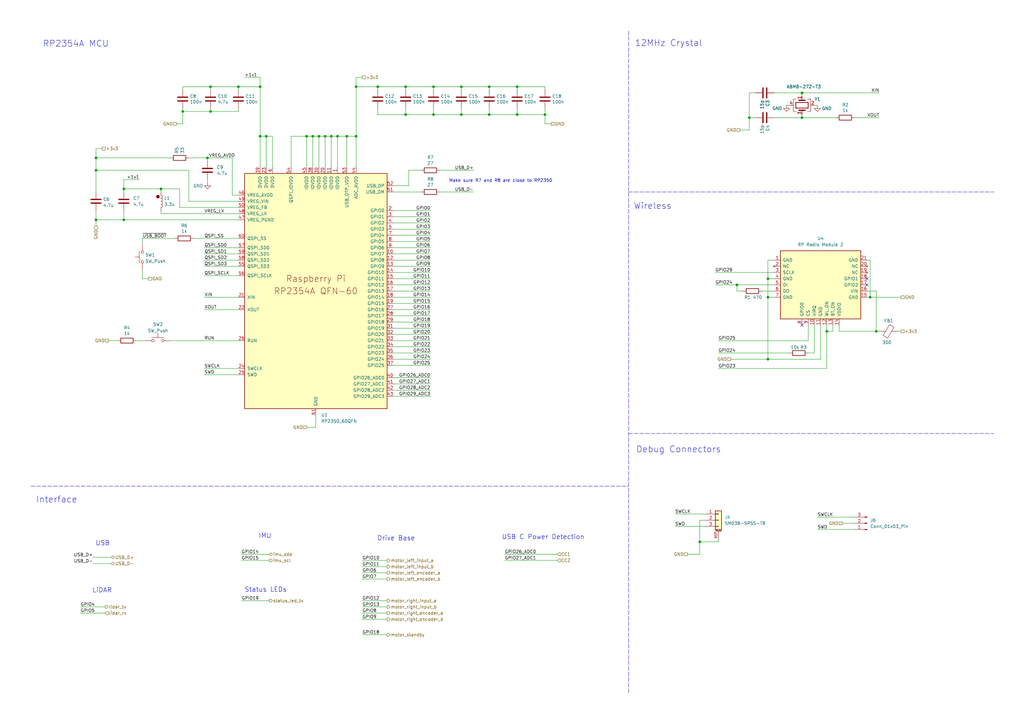
<source format=kicad_sch>
(kicad_sch (version 20250114) (generator "eeschema") (generator_version "9.0")
  (paper "A3")
  (title_block (title "Mote") (date "2025-12-30") (rev "V0.0.0") (company "github.com/usedhondacivic/mote"))
  (lib_symbols
    (symbol "Connector:Conn_01x03_Pin" (pin_names (offset 1.016) (hide yes))
      (property "Reference" "J" (at 0 5.08 0))
      (property "Value" "Conn_01x03_Pin" (at 0 -5.08 0))
      (symbol "Conn_01x03_Pin_1_1"
        (rectangle (start 0.8636 2.667) (end 0 2.413) (stroke (width 0.1524)) (fill (type outline)))
        (rectangle (start 0.8636 0.127) (end 0 -0.127) (stroke (width 0.1524)) (fill (type outline)))
        (rectangle (start 0.8636 -2.413) (end 0 -2.667) (stroke (width 0.1524)) (fill (type outline)))
        (polyline (pts (xy 1.27 2.54) (xy 0.8636 2.54)) (stroke (width 0.1524)))
        (polyline (pts (xy 1.27 0) (xy 0.8636 0)) (stroke (width 0.1524)))
        (polyline (pts (xy 1.27 -2.54) (xy 0.8636 -2.54)) (stroke (width 0.1524)))
        (pin passive line (at 5.08 2.54 180) (length 3.81) (name "Pin_1") (number "1"))
        (pin passive line (at 5.08 0 180) (length 3.81) (name "Pin_2") (number "2"))
        (pin passive line (at 5.08 -2.54 180) (length 3.81) (name "Pin_3") (number "3"))
      )
    )
    (symbol "Connector_Generic_MountingPin:Conn_01x03_MountingPin" (pin_names (offset 1.016) (hide yes))
      (property "Reference" "J" (at 0 5.08 0))
      (property "Value" "Conn_01x03_MountingPin" (at 1.27 -5.08 0))
      (symbol "Conn_01x03_MountingPin_1_1"
        (rectangle (start -1.27 3.81) (end 1.27 -3.81) (stroke (width 0.254)) (fill (type background)))
        (rectangle (start -1.27 2.667) (end 0 2.413) (stroke (width 0.1524)))
        (rectangle (start -1.27 0.127) (end 0 -0.127) (stroke (width 0.1524)))
        (rectangle (start -1.27 -2.413) (end 0 -2.667) (stroke (width 0.1524)))
        (polyline (pts (xy -1.016 -4.572) (xy 1.016 -4.572)) (stroke (width 0.1524)))
        (text "Mounting" (at 0 -4.191 0) (effects (font (size 0.381 0.381))))
        (pin passive line (at -5.08 2.54 0) (length 3.81) (name "Pin_1") (number "1"))
        (pin passive line (at -5.08 0 0) (length 3.81) (name "Pin_2") (number "2"))
        (pin passive line (at -5.08 -2.54 0) (length 3.81) (name "Pin_3") (number "3"))
        (pin passive line (at 0 -7.62 90) (length 3.048) (name "MountPin") (number "MP"))
      )
    )
    (symbol "Device:C" (pin_numbers (hide yes)) (pin_names (offset 0.254))
      (property "Reference" "C" (at 0.635 2.54 0))
      (property "Value" "C" (at 0.635 -2.54 0))
      (symbol "C_0_1"
        (polyline (pts (xy -2.032 0.762) (xy 2.032 0.762)) (stroke (width 0.508)))
        (polyline (pts (xy -2.032 -0.762) (xy 2.032 -0.762)) (stroke (width 0.508)))
      )
      (symbol "C_1_1"
        (pin passive line (at 0 3.81 270) (length 2.794) (name "~") (number "1"))
        (pin passive line (at 0 -3.81 90) (length 2.794) (name "~") (number "2"))
      )
    )
    (symbol "Device:Crystal_GND24" (pin_names (offset 1.016) (hide yes))
      (property "Reference" "Y" (at 3.175 5.08 0))
      (property "Value" "Crystal_GND24" (at 3.175 3.175 0))
      (symbol "Crystal_GND24_0_1"
        (polyline (pts (xy -2.54 2.286) (xy -2.54 3.556) (xy 2.54 3.556) (xy 2.54 2.286)))
        (polyline (pts (xy -2.54 0) (xy -2.032 0)))
        (polyline (pts (xy -2.54 -2.286) (xy -2.54 -3.556) (xy 2.54 -3.556) (xy 2.54 -2.286)))
        (polyline (pts (xy -2.032 -1.27) (xy -2.032 1.27)) (stroke (width 0.508)))
        (rectangle (start -1.143 2.54) (end 1.143 -2.54) (stroke (width 0.3048)))
        (polyline (pts (xy 0 3.556) (xy 0 3.81)))
        (polyline (pts (xy 0 -3.81) (xy 0 -3.556)))
        (polyline (pts (xy 2.032 0) (xy 2.54 0)))
        (polyline (pts (xy 2.032 -1.27) (xy 2.032 1.27)) (stroke (width 0.508)))
      )
      (symbol "Crystal_GND24_1_1"
        (pin passive line (at -3.81 0 0) (length 1.27) (name "1") (number "1"))
        (pin passive line (at 0 5.08 270) (length 1.27) (name "2") (number "2"))
        (pin passive line (at 0 -5.08 90) (length 1.27) (name "4") (number "4"))
        (pin passive line (at 3.81 0 180) (length 1.27) (name "3") (number "3"))
      )
    )
    (symbol "Device:FerriteBead" (pin_numbers (hide yes)) (pin_names (offset 0))
      (property "Reference" "FB" (at -3.81 0.635 90))
      (property "Value" "FerriteBead" (at 3.81 0 90))
      (symbol "FerriteBead_0_1"
        (polyline (pts (xy -2.7686 0.4064) (xy -1.7018 2.2606) (xy 2.7686 -0.3048) (xy 1.6764 -2.159) (xy -2.7686 0.4064)))
        (polyline (pts (xy 0 1.27) (xy 0 1.2954)))
        (polyline (pts (xy 0 -1.27) (xy 0 -1.2192)))
      )
      (symbol "FerriteBead_1_1"
        (pin passive line (at 0 3.81 270) (length 2.54) (name "~") (number "1"))
        (pin passive line (at 0 -3.81 90) (length 2.54) (name "~") (number "2"))
      )
    )
    (symbol "Device:L" (pin_numbers (hide yes)) (pin_names (offset 1.016) (hide yes))
      (property "Reference" "L" (at -1.27 0 90))
      (property "Value" "L" (at 1.905 0 90))
      (symbol "L_0_1"
        (arc (start 0 2.54) (mid 0.6323 1.905) (end 0 1.27))
        (arc (start 0 1.27) (mid 0.6323 0.635) (end 0 0))
        (arc (start 0 0) (mid 0.6323 -0.635) (end 0 -1.27))
        (arc (start 0 -1.27) (mid 0.6323 -1.905) (end 0 -2.54))
      )
      (symbol "L_1_1"
        (pin passive line (at 0 3.81 270) (length 1.27) (name "1") (number "1"))
        (pin passive line (at 0 -3.81 90) (length 1.27) (name "2") (number "2"))
      )
    )
    (symbol "Device:R" (pin_numbers (hide yes)) (pin_names (offset 0))
      (property "Reference" "R" (at 2.032 0 90))
      (property "Value" "R" (at 0 0 90))
      (symbol "R_0_1"
        (rectangle (start -1.016 -2.54) (end 1.016 2.54) (stroke (width 0.254)))
      )
      (symbol "R_1_1"
        (pin passive line (at 0 3.81 270) (length 1.27) (name "~") (number "1"))
        (pin passive line (at 0 -3.81 90) (length 1.27) (name "~") (number "2"))
      )
    )
    (symbol "MCU_RaspberryPi_RP2350:RP2354_60QFN" (pin_names (offset 1.016))
      (property "Reference" "U" (at -29.21 49.53 0))
      (property "Value" "RP2354_60QFN" (at 24.13 -49.53 0))
      (symbol "RP2354_60QFN_0_0"
        (text "Raspberry Pi" (at 0 5.08 0) (effects (font (size 2.54 2.54))))
      )
      (symbol "RP2354_60QFN_0_1"
        (rectangle (start 29.21 48.26) (end -29.21 -48.26) (stroke (width 0.254)) (fill (type background)))
      )
      (symbol "RP2354_60QFN_1_1"
        (text "RP2354A QFN-60" (at 0 0 0) (effects (font (size 2.54 2.54))))
        (pin power_in line (at -31.75 39.37 0) (length 2.54) (name "VREG_AVDD") (number "46"))
        (pin power_in line (at -31.75 36.83 0) (length 2.54) (name "VREG_VIN") (number "49"))
        (pin input line (at -31.75 34.29 0) (length 2.54) (name "VREG_FB") (number "50"))
        (pin power_out line (at -31.75 31.75 0) (length 2.54) (name "VREG_LX") (number "48"))
        (pin power_in line (at -31.75 29.21 0) (length 2.54) (name "VREG_PGND") (number "47"))
        (pin bidirectional line (at -31.75 21.59 0) (length 2.54) (name "QSPI_SS") (number "60"))
        (pin bidirectional line (at -31.75 17.78 0) (length 2.54) (name "QSPI_SD0") (number "57"))
        (pin bidirectional line (at -31.75 15.24 0) (length 2.54) (name "QSPI_SD1") (number "59"))
        (pin bidirectional line (at -31.75 12.7 0) (length 2.54) (name "QSPI_SD2") (number "58"))
        (pin bidirectional line (at -31.75 10.16 0) (length 2.54) (name "QSPI_SD3") (number "55"))
        (pin output line (at -31.75 6.35 0) (length 2.54) (name "QSPI_SCLK") (number "56"))
        (pin input line (at -31.75 -2.54 0) (length 2.54) (name "XIN") (number "21"))
        (pin passive line (at -31.75 -7.62 0) (length 2.54) (name "XOUT") (number "22"))
        (pin input line (at -31.75 -20.32 0) (length 2.54) (name "RUN") (number "26"))
        (pin output line (at -31.75 -31.75 0) (length 2.54) (name "SWCLK") (number "24"))
        (pin bidirectional line (at -31.75 -34.29 0) (length 2.54) (name "SWD") (number "25"))
        (pin power_in line (at -22.86 50.8 270) (length 2.54) (name "DVDD") (number "39"))
        (pin power_in line (at -20.32 50.8 270) (length 2.54) (name "DVDD") (number "23"))
        (pin power_in line (at -17.78 50.8 270) (length 2.54) (name "DVDD") (number "6"))
        (pin power_in line (at -10.16 50.8 270) (length 2.54) (name "QSPI_IOVDD") (number "54"))
        (pin power_in line (at -3.81 50.8 270) (length 2.54) (name "IOVDD") (number "45"))
        (pin power_in line (at -1.27 50.8 270) (length 2.54) (name "IOVDD") (number "38"))
        (pin power_in line (at 0 -50.8 90) (length 2.54) (name "GND") (number "61"))
        (pin power_in line (at 1.27 50.8 270) (length 2.54) (name "IOVDD") (number "30"))
        (pin power_in line (at 3.81 50.8 270) (length 2.54) (name "IOVDD") (number "20"))
        (pin power_in line (at 6.35 50.8 270) (length 2.54) (name "IOVDD") (number "11"))
        (pin power_in line (at 8.89 50.8 270) (length 2.54) (name "IOVDD") (number "1"))
        (pin power_in line (at 12.7 50.8 270) (length 2.54) (name "USB_OTP_VDD") (number "53"))
        (pin power_in line (at 16.51 50.8 270) (length 2.54) (name "ADC_AVDD") (number "44"))
        (pin bidirectional line (at 31.75 43.18 180) (length 2.54) (name "USB_DP") (number "52"))
        (pin bidirectional line (at 31.75 40.64 180) (length 2.54) (name "USB_DM") (number "51"))
        (pin bidirectional line (at 31.75 33.02 180) (length 2.54) (name "GPIO0") (number "2"))
        (pin bidirectional line (at 31.75 30.48 180) (length 2.54) (name "GPIO1") (number "3"))
        (pin bidirectional line (at 31.75 27.94 180) (length 2.54) (name "GPIO2") (number "4"))
        (pin bidirectional line (at 31.75 25.4 180) (length 2.54) (name "GPIO3") (number "5"))
        (pin bidirectional line (at 31.75 22.86 180) (length 2.54) (name "GPIO4") (number "7"))
        (pin bidirectional line (at 31.75 20.32 180) (length 2.54) (name "GPIO5") (number "8"))
        (pin bidirectional line (at 31.75 17.78 180) (length 2.54) (name "GPIO6") (number "9"))
        (pin bidirectional line (at 31.75 15.24 180) (length 2.54) (name "GPIO7") (number "10"))
        (pin bidirectional line (at 31.75 12.7 180) (length 2.54) (name "GPIO8") (number "12"))
        (pin bidirectional line (at 31.75 10.16 180) (length 2.54) (name "GPIO9") (number "13"))
        (pin bidirectional line (at 31.75 7.62 180) (length 2.54) (name "GPIO10") (number "14"))
        (pin bidirectional line (at 31.75 5.08 180) (length 2.54) (name "GPIO11") (number "15"))
        (pin bidirectional line (at 31.75 2.54 180) (length 2.54) (name "GPIO12") (number "16"))
        (pin bidirectional line (at 31.75 0 180) (length 2.54) (name "GPIO13") (number "17"))
        (pin bidirectional line (at 31.75 -2.54 180) (length 2.54) (name "GPIO14") (number "18"))
        (pin bidirectional line (at 31.75 -5.08 180) (length 2.54) (name "GPIO15") (number "19"))
        (pin bidirectional line (at 31.75 -7.62 180) (length 2.54) (name "GPIO16") (number "27"))
        (pin bidirectional line (at 31.75 -10.16 180) (length 2.54) (name "GPIO17") (number "28"))
        (pin bidirectional line (at 31.75 -12.7 180) (length 2.54) (name "GPIO18") (number "29"))
        (pin bidirectional line (at 31.75 -15.24 180) (length 2.54) (name "GPIO19") (number "31"))
        (pin bidirectional line (at 31.75 -17.78 180) (length 2.54) (name "GPIO20") (number "32"))
        (pin bidirectional line (at 31.75 -20.32 180) (length 2.54) (name "GPIO21") (number "33"))
        (pin bidirectional line (at 31.75 -22.86 180) (length 2.54) (name "GPIO22") (number "34"))
        (pin bidirectional line (at 31.75 -25.4 180) (length 2.54) (name "GPIO23") (number "35"))
        (pin bidirectional line (at 31.75 -27.94 180) (length 2.54) (name "GPIO24") (number "36"))
        (pin bidirectional line (at 31.75 -30.48 180) (length 2.54) (name "GPIO25") (number "37"))
        (pin bidirectional line (at 31.75 -35.56 180) (length 2.54) (name "GPIO26_ADC0") (number "40"))
        (pin bidirectional line (at 31.75 -38.1 180) (length 2.54) (name "GPIO27_ADC1") (number "41"))
        (pin bidirectional line (at 31.75 -40.64 180) (length 2.54) (name "GPIO28_ADC2") (number "42"))
        (pin bidirectional line (at 31.75 -43.18 180) (length 2.54) (name "GPIO29_ADC3") (number "43"))
      )
    )
    (symbol "RPI_RMC20452T:RPI_RMC20452T" (pin_names (offset 1.016))
      (property "Reference" "U" (at -16.256 14.986 0))
      (property "Value" "RP Radio Module 2" (at 18.796 -16.002 0))
      (symbol "RPI_RMC20452T_1_0"
        (pin output line (at -19.05 -2.54 0) (length 2.54) (name "DO") (number "6"))
        (pin power_in line (at -19.05 -5.08 0) (length 2.54) (name "GND") (number "7"))
        (pin bidirectional line (at -7.62 -16.51 90) (length 2.54) (name "GPIO0") (number "8"))
        (pin input line (at -5.08 -16.51 90) (length 2.54) (name "CS") (number "9"))
        (pin output line (at -2.54 -16.51 90) (length 2.54) (name "nIRQ") (number "10"))
        (pin power_in line (at 0 -16.51 90) (length 2.54) (name "GND") (number "11"))
        (pin input line (at 2.54 -16.51 90) (length 2.54) (name "WL_ON") (number "12"))
        (pin input line (at 5.08 -16.51 90) (length 2.54) (name "BT_ON") (number "13"))
        (pin power_in line (at 7.62 -16.51 90) (length 2.54) (name "VDDIO") (number "14"))
        (pin power_in line (at 19.05 10.16 180) (length 2.54) (name "GND") (number "21"))
        (pin bidirectional line (at 19.05 2.54 180) (length 2.54) (name "GPIO1") (number "18"))
        (pin bidirectional line (at 19.05 0 180) (length 2.54) (name "GPIO2") (number "17"))
        (pin power_in line (at 19.05 -2.54 180) (length 2.54) (name "VIN") (number "16"))
        (pin power_in line (at 19.05 -5.08 180) (length 2.54) (name "GND") (number "15"))
      )
      (symbol "RPI_RMC20452T_1_1"
        (rectangle (start -16.51 13.97) (end 16.51 -13.97) (stroke (width 0.254)) (fill (type background)))
        (pin power_in line (at -19.05 10.16 0) (length 2.54) (name "GND") (number "1"))
        (pin no_connect line (at -19.05 7.62 0) (length 2.54) (name "NC") (number "2"))
        (pin input line (at -19.05 5.08 0) (length 2.54) (name "SCLK") (number "3"))
        (pin power_in line (at -19.05 2.54 0) (length 2.54) (name "GND") (number "4"))
        (pin input line (at -19.05 0 0) (length 2.54) (name "DI") (number "5"))
        (pin no_connect line (at 19.05 7.62 180) (length 2.54) (name "NC") (number "20"))
        (pin no_connect line (at 19.05 5.08 180) (length 2.54) (name "NC") (number "19"))
      )
    )
    (symbol "Switch:SW_Push" (pin_numbers (hide yes)) (pin_names (offset 1.016) (hide yes))
      (property "Reference" "SW" (at 1.27 2.54 0))
      (property "Value" "SW_Push" (at 0 -1.524 0))
      (symbol "SW_Push_0_1"
        (circle (center -2.032 0) (radius 0.508))
        (polyline (pts (xy 0 1.27) (xy 0 3.048)))
        (circle (center 2.032 0) (radius 0.508))
        (polyline (pts (xy 2.54 1.27) (xy -2.54 1.27)))
        (pin passive line (at -5.08 0 0) (length 2.54) (name "1") (number "1"))
        (pin passive line (at 5.08 0 180) (length 2.54) (name "2") (number "2"))
      )
    )
    (symbol "power:GND" (power) (pin_names (offset 0))
      (property "Value" "GND" (at 0 -3.81 0))
      (symbol "GND_0_1"
        (polyline (pts (xy 0 0) (xy 0 -1.27) (xy 1.27 -1.27) (xy 0 -2.54) (xy -1.27 -1.27) (xy 0 -1.27)))
      )
      (symbol "GND_1_1"
        (pin power_in line (at 0 0 270) (length 0) (hide yes) (name "GND") (number "1"))
      )
    )
  )
  (circle (center 64.77 80.645) (radius 0.635) (stroke (width 0) (color 132 0 0 1)) (fill (type color) (color 132 0 0 1)))
  (text "12MHz Crystal" (at 260.35 19.304 0) (effects (font (size 2.54 2.54)) (justify left bottom)))
  (text "USB C Power Detection" (at 222.758 221.488 0) (effects (font (size 1.905 1.905)) (justify bottom)))
  (text "USB" (at 39.116 224.028 0) (effects (font (size 1.905 1.905)) (justify left bottom)))
  (text "IMU" (at 108.712 220.98 0) (effects (font (size 1.905 1.905)) (justify bottom)))
  (text "Drive Base" (at 154.686 221.996 0) (effects (font (size 1.905 1.905)) (justify left bottom)))
  (text "RP2354A MCU" (at 17.526 19.558 0) (effects (font (size 2.54 2.54)) (justify left bottom)))
  (text "Interface" (at 14.732 206.502 0) (effects (font (size 2.54 2.54)) (justify left bottom)))
  (text "Make sure R7 and R8 are close to RP2350\n" (at 184.15 74.93 0) (effects (font (size 1.27 1.27)) (justify left bottom)))
  (text "Wireless" (at 259.842 86.106 0) (effects (font (size 2.54 2.54)) (justify left bottom)))
  (text "Debug Connectors" (at 260.858 185.928 0) (effects (font (size 2.54 2.54)) (justify left bottom)))
  (text "Status LEDs" (at 108.966 243.078 0) (effects (font (size 1.905 1.905)) (justify bottom)))
  (text "LiDAR" (at 37.846 243.332 0) (effects (font (size 1.905 1.905)) (justify left bottom)))
  (junction (at 212.09 35.56))
  (junction (at 200.66 46.99))
  (junction (at 189.23 35.56))
  (junction (at 128.27 55.88))
  (junction (at 97.79 35.56))
  (junction (at 39.37 64.77))
  (junction (at 328.93 38.1))
  (junction (at 74.93 45.72))
  (junction (at 86.36 45.72))
  (junction (at 287.02 222.25))
  (junction (at 146.05 35.56))
  (junction (at 86.36 35.56))
  (junction (at 106.68 35.56))
  (junction (at 135.89 55.88))
  (junction (at 223.52 46.99))
  (junction (at 50.8 90.17))
  (junction (at 314.96 147.32))
  (junction (at 130.81 55.88))
  (junction (at 200.66 35.56))
  (junction (at 177.8 46.99))
  (junction (at 314.96 121.92))
  (junction (at 66.04 77.47))
  (junction (at 85.09 64.77))
  (junction (at 133.35 55.88))
  (junction (at 39.37 69.85))
  (junction (at 359.41 135.89))
  (junction (at 328.93 48.26))
  (junction (at 302.26 116.84))
  (junction (at 109.22 55.88))
  (junction (at 50.8 77.47))
  (junction (at 314.96 114.3))
  (junction (at 142.24 55.88))
  (junction (at 356.87 121.92))
  (junction (at 146.05 55.88))
  (junction (at 138.43 55.88))
  (junction (at 212.09 46.99))
  (junction (at 339.09 135.89))
  (junction (at 307.34 48.26))
  (junction (at 166.37 46.99))
  (junction (at 39.37 90.17))
  (junction (at 189.23 46.99))
  (junction (at 106.68 55.88))
  (junction (at 125.73 55.88))
  (junction (at 154.94 35.56))
  (junction (at 166.37 35.56))
  (junction (at 177.8 35.56))
  (no_connect (at 328.93 133.35))
  (no_connect (at 355.6 114.3))
  (no_connect (at 355.6 116.84))
  (wire (pts (xy 109.22 68.58) (xy 109.22 55.88)))
  (wire (pts (xy 317.5 121.92) (xy 314.96 121.92)))
  (wire (pts (xy 60.96 114.3) (xy 58.42 114.3)))
  (polyline (pts (xy 257.81 12.7) (xy 257.81 284.48)) (stroke (width 0) (type dash)))
  (wire (pts (xy 97.79 45.72) (xy 97.79 44.45)))
  (wire (pts (xy 161.29 121.92) (xy 176.53 121.92)))
  (wire (pts (xy 77.47 69.85) (xy 77.47 82.55)))
  (wire (pts (xy 97.79 97.79) (xy 79.375 97.79)))
  (wire (pts (xy 212.09 44.45) (xy 212.09 46.99)))
  (wire (pts (xy 86.36 36.83) (xy 86.36 35.56)))
  (wire (pts (xy 161.29 154.94) (xy 176.53 154.94)))
  (wire (pts (xy 39.37 69.85) (xy 77.47 69.85)))
  (wire (pts (xy 39.37 64.77) (xy 39.37 69.85)))
  (wire (pts (xy 335.28 217.17) (xy 350.52 217.17)))
  (wire (pts (xy 161.29 127) (xy 176.53 127)))
  (wire (pts (xy 148.59 232.41) (xy 158.75 232.41)))
  (wire (pts (xy 304.8 119.38) (xy 302.26 119.38)))
  (polyline (pts (xy 12.7 199.39) (xy 257.81 199.39)) (stroke (width 0) (type dash)))
  (wire (pts (xy 119.38 68.58) (xy 119.38 55.88)))
  (wire (pts (xy 33.02 251.46) (xy 43.18 251.46)))
  (wire (pts (xy 50.8 90.17) (xy 97.79 90.17)))
  (wire (pts (xy 148.59 237.49) (xy 158.75 237.49)))
  (wire (pts (xy 223.52 44.45) (xy 223.52 46.99)))
  (wire (pts (xy 50.8 86.36) (xy 50.8 90.17)))
  (polyline (pts (xy 257.81 177.8) (xy 407.67 177.8)) (stroke (width 0) (type dash)))
  (wire (pts (xy 50.8 77.47) (xy 66.04 77.47)))
  (wire (pts (xy 177.8 35.56) (xy 189.23 35.56)))
  (wire (pts (xy 189.23 36.83) (xy 189.23 35.56)))
  (wire (pts (xy 95.25 80.01) (xy 97.79 80.01)))
  (wire (pts (xy 314.96 114.3) (xy 314.96 121.92)))
  (wire (pts (xy 38.1 228.6) (xy 45.72 228.6)))
  (wire (pts (xy 146.05 35.56) (xy 154.94 35.56)))
  (wire (pts (xy 130.81 68.58) (xy 130.81 55.88)))
  (wire (pts (xy 356.87 121.92) (xy 369.57 121.92)))
  (wire (pts (xy 276.86 210.82) (xy 289.56 210.82)))
  (wire (pts (xy 161.29 124.46) (xy 176.53 124.46)))
  (wire (pts (xy 161.29 149.86) (xy 176.53 149.86)))
  (wire (pts (xy 223.52 46.99) (xy 223.52 50.8)))
  (wire (pts (xy 99.06 229.87) (xy 110.49 229.87)))
  (wire (pts (xy 328.93 39.37) (xy 328.93 38.1)))
  (wire (pts (xy 161.29 134.62) (xy 176.53 134.62)))
  (wire (pts (xy 341.63 133.35) (xy 341.63 135.89)))
  (wire (pts (xy 39.37 90.17) (xy 50.8 90.17)))
  (wire (pts (xy 302.26 116.84) (xy 317.5 116.84)))
  (wire (pts (xy 148.59 254) (xy 158.75 254)))
  (wire (pts (xy 350.52 48.26) (xy 360.68 48.26)))
  (wire (pts (xy 33.02 248.92) (xy 43.18 248.92)))
  (wire (pts (xy 317.5 38.1) (xy 328.93 38.1)))
  (wire (pts (xy 307.34 48.26) (xy 307.34 53.34)))
  (wire (pts (xy 146.05 35.56) (xy 146.05 55.88)))
  (wire (pts (xy 125.73 55.88) (xy 128.27 55.88)))
  (wire (pts (xy 142.24 68.58) (xy 142.24 55.88)))
  (wire (pts (xy 106.68 55.88) (xy 106.68 68.58)))
  (wire (pts (xy 289.56 213.36) (xy 287.02 213.36)))
  (wire (pts (xy 331.47 133.35) (xy 331.47 139.7)))
  (wire (pts (xy 317.5 106.68) (xy 314.96 106.68)))
  (wire (pts (xy 161.29 162.56) (xy 176.53 162.56)))
  (wire (pts (xy 74.93 45.72) (xy 74.93 50.8)))
  (wire (pts (xy 293.37 111.76) (xy 317.5 111.76)))
  (wire (pts (xy 161.29 99.06) (xy 176.53 99.06)))
  (wire (pts (xy 99.06 227.33) (xy 110.49 227.33)))
  (wire (pts (xy 99.06 246.38) (xy 110.49 246.38)))
  (wire (pts (xy 161.29 137.16) (xy 176.53 137.16)))
  (wire (pts (xy 207.01 227.33) (xy 228.6 227.33)))
  (wire (pts (xy 85.09 64.77) (xy 95.25 64.77)))
  (wire (pts (xy 336.55 147.32) (xy 336.55 133.35)))
  (wire (pts (xy 142.24 55.88) (xy 146.05 55.88)))
  (wire (pts (xy 83.82 109.22) (xy 97.79 109.22)))
  (wire (pts (xy 161.29 78.74) (xy 172.72 78.74)))
  (wire (pts (xy 55.88 139.7) (xy 59.69 139.7)))
  (wire (pts (xy 294.64 220.98) (xy 294.64 222.25)))
  (wire (pts (xy 97.79 85.09) (xy 73.66 85.09)))
  (wire (pts (xy 166.37 44.45) (xy 166.37 46.99)))
  (wire (pts (xy 86.36 44.45) (xy 86.36 45.72)))
  (wire (pts (xy 307.34 53.34) (xy 303.53 53.34)))
  (wire (pts (xy 356.87 106.68) (xy 356.87 121.92)))
  (wire (pts (xy 41.91 60.96) (xy 39.37 60.96)))
  (wire (pts (xy 69.85 139.7) (xy 97.79 139.7)))
  (wire (pts (xy 161.29 93.98) (xy 176.53 93.98)))
  (wire (pts (xy 73.66 85.09) (xy 73.66 77.47)))
  (wire (pts (xy 339.09 133.35) (xy 339.09 135.89)))
  (wire (pts (xy 133.35 68.58) (xy 133.35 55.88)))
  (wire (pts (xy 85.09 64.77) (xy 85.09 66.04)))
  (wire (pts (xy 138.43 55.88) (xy 142.24 55.88)))
  (wire (pts (xy 328.93 38.1) (xy 360.68 38.1)))
  (wire (pts (xy 307.34 38.1) (xy 307.34 48.26)))
  (wire (pts (xy 334.01 144.78) (xy 334.01 133.35)))
  (wire (pts (xy 135.89 55.88) (xy 138.43 55.88)))
  (wire (pts (xy 309.88 38.1) (xy 307.34 38.1)))
  (wire (pts (xy 86.36 35.56) (xy 97.79 35.56)))
  (wire (pts (xy 148.59 251.46) (xy 158.75 251.46)))
  (wire (pts (xy 223.52 36.83) (xy 223.52 35.56)))
  (wire (pts (xy 341.63 135.89) (xy 339.09 135.89)))
  (wire (pts (xy 66.04 77.47) (xy 66.04 78.74)))
  (wire (pts (xy 177.8 46.99) (xy 166.37 46.99)))
  (wire (pts (xy 166.37 46.99) (xy 154.94 46.99)))
  (wire (pts (xy 66.04 87.63) (xy 97.79 87.63)))
  (wire (pts (xy 302.26 119.38) (xy 302.26 116.84)))
  (wire (pts (xy 287.02 213.36) (xy 287.02 222.25)))
  (wire (pts (xy 287.02 222.25) (xy 294.64 222.25)))
  (wire (pts (xy 74.93 45.72) (xy 86.36 45.72)))
  (wire (pts (xy 148.59 246.38) (xy 158.75 246.38)))
  (wire (pts (xy 125.73 68.58) (xy 125.73 55.88)))
  (wire (pts (xy 161.29 147.32) (xy 176.53 147.32)))
  (wire (pts (xy 166.37 35.56) (xy 177.8 35.56)))
  (wire (pts (xy 97.79 113.03) (xy 83.82 113.03)))
  (wire (pts (xy 161.29 119.38) (xy 176.53 119.38)))
  (wire (pts (xy 161.29 101.6) (xy 176.53 101.6)))
  (wire (pts (xy 146.05 31.75) (xy 146.05 35.56)))
  (wire (pts (xy 71.755 97.79) (xy 58.42 97.79)))
  (wire (pts (xy 83.82 101.6) (xy 97.79 101.6)))
  (wire (pts (xy 161.29 109.22) (xy 176.53 109.22)))
  (wire (pts (xy 38.1 231.14) (xy 45.72 231.14)))
  (wire (pts (xy 167.64 69.85) (xy 167.64 76.2)))
  (wire (pts (xy 148.59 260.35) (xy 158.75 260.35)))
  (wire (pts (xy 97.79 153.67) (xy 83.82 153.67)))
  (wire (pts (xy 314.96 106.68) (xy 314.96 114.3)))
  (wire (pts (xy 44.45 139.7) (xy 48.26 139.7)))
  (wire (pts (xy 294.64 151.13) (xy 339.09 151.13)))
  (wire (pts (xy 200.66 35.56) (xy 212.09 35.56)))
  (wire (pts (xy 135.89 68.58) (xy 135.89 55.88)))
  (wire (pts (xy 161.29 160.02) (xy 176.53 160.02)))
  (wire (pts (xy 299.72 147.32) (xy 314.96 147.32)))
  (wire (pts (xy 148.59 248.92) (xy 158.75 248.92)))
  (wire (pts (xy 212.09 46.99) (xy 223.52 46.99)))
  (wire (pts (xy 128.27 55.88) (xy 130.81 55.88)))
  (wire (pts (xy 100.33 31.75) (xy 106.68 31.75)))
  (wire (pts (xy 161.29 91.44) (xy 176.53 91.44)))
  (wire (pts (xy 161.29 116.84) (xy 176.53 116.84)))
  (wire (pts (xy 97.79 36.83) (xy 97.79 35.56)))
  (wire (pts (xy 359.41 135.89) (xy 360.68 135.89)))
  (wire (pts (xy 161.29 139.7) (xy 176.53 139.7)))
  (wire (pts (xy 154.94 44.45) (xy 154.94 46.99)))
  (wire (pts (xy 161.29 111.76) (xy 176.53 111.76)))
  (wire (pts (xy 323.85 144.78) (xy 294.64 144.78)))
  (wire (pts (xy 309.88 48.26) (xy 307.34 48.26)))
  (wire (pts (xy 109.22 55.88) (xy 106.68 55.88)))
  (wire (pts (xy 39.37 64.77) (xy 69.85 64.77)))
  (wire (pts (xy 317.5 48.26) (xy 328.93 48.26)))
  (wire (pts (xy 161.29 86.36) (xy 176.53 86.36)))
  (wire (pts (xy 355.6 106.68) (xy 356.87 106.68)))
  (wire (pts (xy 77.47 64.77) (xy 85.09 64.77)))
  (wire (pts (xy 133.35 55.88) (xy 135.89 55.88)))
  (polyline (pts (xy 257.81 78.74) (xy 407.67 78.74)) (stroke (width 0) (type dash)))
  (wire (pts (xy 50.8 73.66) (xy 50.8 77.47)))
  (wire (pts (xy 77.47 82.55) (xy 97.79 82.55)))
  (wire (pts (xy 180.34 78.74) (xy 194.31 78.74)))
  (wire (pts (xy 154.94 35.56) (xy 166.37 35.56)))
  (wire (pts (xy 148.59 31.75) (xy 146.05 31.75)))
  (wire (pts (xy 161.29 129.54) (xy 176.53 129.54)))
  (wire (pts (xy 345.44 214.63) (xy 350.52 214.63)))
  (wire (pts (xy 344.17 135.89) (xy 359.41 135.89)))
  (wire (pts (xy 335.28 212.09) (xy 350.52 212.09)))
  (wire (pts (xy 212.09 35.56) (xy 223.52 35.56)))
  (wire (pts (xy 50.8 73.66) (xy 57.15 73.66)))
  (wire (pts (xy 328.93 46.99) (xy 328.93 48.26)))
  (wire (pts (xy 161.29 144.78) (xy 176.53 144.78)))
  (wire (pts (xy 97.79 151.13) (xy 83.82 151.13)))
  (wire (pts (xy 39.37 86.36) (xy 39.37 90.17)))
  (wire (pts (xy 130.81 55.88) (xy 133.35 55.88)))
  (wire (pts (xy 106.68 35.56) (xy 106.68 55.88)))
  (wire (pts (xy 355.6 121.92) (xy 356.87 121.92)))
  (wire (pts (xy 328.93 48.26) (xy 342.9 48.26)))
  (wire (pts (xy 39.37 60.96) (xy 39.37 64.77)))
  (wire (pts (xy 166.37 36.83) (xy 166.37 35.56)))
  (wire (pts (xy 83.82 106.68) (xy 97.79 106.68)))
  (wire (pts (xy 72.39 50.8) (xy 74.93 50.8)))
  (wire (pts (xy 154.94 36.83) (xy 154.94 35.56)))
  (wire (pts (xy 212.09 36.83) (xy 212.09 35.56)))
  (wire (pts (xy 86.36 45.72) (xy 97.79 45.72)))
  (wire (pts (xy 276.86 215.9) (xy 289.56 215.9)))
  (wire (pts (xy 106.68 31.75) (xy 106.68 35.56)))
  (wire (pts (xy 161.29 114.3) (xy 176.53 114.3)))
  (wire (pts (xy 226.06 50.8) (xy 223.52 50.8)))
  (wire (pts (xy 111.76 55.88) (xy 111.76 68.58)))
  (wire (pts (xy 58.42 97.79) (xy 58.42 100.33)))
  (wire (pts (xy 161.29 88.9) (xy 176.53 88.9)))
  (wire (pts (xy 74.93 35.56) (xy 86.36 35.56)))
  (wire (pts (xy 58.42 110.49) (xy 58.42 114.3)))
  (wire (pts (xy 95.25 64.77) (xy 95.25 80.01)))
  (wire (pts (xy 331.47 144.78) (xy 334.01 144.78)))
  (wire (pts (xy 161.29 76.2) (xy 167.64 76.2)))
  (wire (pts (xy 368.3 135.89) (xy 369.57 135.89)))
  (wire (pts (xy 293.37 116.84) (xy 302.26 116.84)))
  (wire (pts (xy 200.66 46.99) (xy 189.23 46.99)))
  (wire (pts (xy 180.34 69.85) (xy 194.31 69.85)))
  (wire (pts (xy 334.01 43.18) (xy 335.28 43.18)))
  (wire (pts (xy 281.94 227.33) (xy 287.02 227.33)))
  (wire (pts (xy 312.42 119.38) (xy 317.5 119.38)))
  (wire (pts (xy 74.93 36.83) (xy 74.93 35.56)))
  (wire (pts (xy 161.29 104.14) (xy 176.53 104.14)))
  (wire (pts (xy 161.29 96.52) (xy 176.53 96.52)))
  (wire (pts (xy 344.17 135.89) (xy 344.17 133.35)))
  (wire (pts (xy 314.96 147.32) (xy 336.55 147.32)))
  (wire (pts (xy 177.8 44.45) (xy 177.8 46.99)))
  (wire (pts (xy 161.29 142.24) (xy 176.53 142.24)))
  (wire (pts (xy 83.82 104.14) (xy 97.79 104.14)))
  (wire (pts (xy 97.79 127) (xy 83.82 127)))
  (wire (pts (xy 287.02 222.25) (xy 287.02 227.33)))
  (wire (pts (xy 85.09 74.93) (xy 85.09 73.66)))
  (wire (pts (xy 73.66 77.47) (xy 66.04 77.47)))
  (wire (pts (xy 39.37 90.17) (xy 39.37 92.71)))
  (wire (pts (xy 189.23 44.45) (xy 189.23 46.99)))
  (wire (pts (xy 189.23 35.56) (xy 200.66 35.56)))
  (wire (pts (xy 294.64 139.7) (xy 331.47 139.7)))
  (wire (pts (xy 119.38 55.88) (xy 125.73 55.88)))
  (wire (pts (xy 161.29 106.68) (xy 176.53 106.68)))
  (wire (pts (xy 189.23 46.99) (xy 177.8 46.99)))
  (wire (pts (xy 359.41 119.38) (xy 355.6 119.38)))
  (wire (pts (xy 161.29 157.48) (xy 176.53 157.48)))
  (wire (pts (xy 322.58 43.18) (xy 323.85 43.18)))
  (wire (pts (xy 138.43 55.88) (xy 138.43 68.58)))
  (wire (pts (xy 109.22 55.88) (xy 111.76 55.88)))
  (wire (pts (xy 39.37 69.85) (xy 39.37 78.74)))
  (wire (pts (xy 125.73 175.26) (xy 129.54 175.26)))
  (wire (pts (xy 200.66 36.83) (xy 200.66 35.56)))
  (wire (pts (xy 212.09 46.99) (xy 200.66 46.99)))
  (wire (pts (xy 66.04 87.63) (xy 66.04 86.36)))
  (wire (pts (xy 200.66 44.45) (xy 200.66 46.99)))
  (wire (pts (xy 146.05 55.88) (xy 146.05 68.58)))
  (wire (pts (xy 148.59 234.95) (xy 158.75 234.95)))
  (wire (pts (xy 97.79 35.56) (xy 106.68 35.56)))
  (wire (pts (xy 161.29 132.08) (xy 176.53 132.08)))
  (wire (pts (xy 128.27 68.58) (xy 128.27 55.88)))
  (wire (pts (xy 317.5 114.3) (xy 314.96 114.3)))
  (wire (pts (xy 129.54 170.18) (xy 129.54 175.26)))
  (wire (pts (xy 177.8 36.83) (xy 177.8 35.56)))
  (wire (pts (xy 359.41 119.38) (xy 359.41 135.89)))
  (wire (pts (xy 314.96 121.92) (xy 314.96 147.32)))
  (wire (pts (xy 207.01 229.87) (xy 228.6 229.87)))
  (wire (pts (xy 50.8 78.74) (xy 50.8 77.47)))
  (wire (pts (xy 83.82 121.92) (xy 97.79 121.92)))
  (wire (pts (xy 167.64 69.85) (xy 172.72 69.85)))
  (wire (pts (xy 74.93 44.45) (xy 74.93 45.72)))
  (wire (pts (xy 339.09 135.89) (xy 339.09 151.13)))
  (wire (pts (xy 148.59 229.87) (xy 158.75 229.87)))
  (label "GPIO7" (at 176.53 104.14 180))
  (label "GPIO26_ADC0" (at 207.01 227.33 0))
  (label "GPIO26_ADC0" (at 176.53 154.94 180))
  (label "GPIO15" (at 99.06 229.87 0))
  (label "GPIO14" (at 99.06 227.33 0))
  (label "GPIO19" (at 99.06 246.38 0))
  (label "GPIO13" (at 148.59 248.92 0))
  (label "GPIO12" (at 148.59 246.38 0))
  (label "GPIO29" (at 293.37 111.76 0))
  (label "GPIO10" (at 148.59 229.87 0))
  (label "GPIO11" (at 148.59 232.41 0))
  (label "GPIO27_ADC1" (at 176.53 157.48 180))
  (label "XOUT" (at 360.68 48.26 180))
  (label "GPIO18" (at 148.59 260.35 0))
  (label "GPIO23" (at 294.64 151.13 0))
  (label "GPIO13" (at 176.53 119.38 180))
  (label "SWD" (at 335.28 217.17 0))
  (label "+1v1" (at 57.15 73.66 180))
  (label "GPIO16" (at 176.53 127 180))
  (label "SWCLK" (at 83.82 151.13 0))
  (label "GPIO5" (at 176.53 99.06 180))
  (label "GPIO28_ADC2" (at 176.53 160.02 180))
  (label "GPIO14" (at 176.53 121.92 180))
  (label "USB_D+" (at 38.1 228.6 180))
  (label "GPIO11" (at 176.53 114.3 180))
  (label "GPIO9" (at 176.53 109.22 180))
  (label "GPIO24" (at 293.37 116.84 0))
  (label "GPIO7" (at 148.59 237.49 0))
  (label "GPIO25" (at 176.53 149.86 180))
  (label "QSPI_SCLK" (at 83.82 113.03 0))
  (label "QSPI_SD1" (at 83.82 104.14 0))
  (label "GPIO8" (at 176.53 106.68 180))
  (label "GPIO29_ADC3" (at 176.53 162.56 180))
  (label "GPIO6" (at 176.53 101.6 180))
  (label "GPIO27_ADC1" (at 207.01 229.87 0))
  (label "SWD" (at 83.82 153.67 0))
  (label "GPIO2" (at 176.53 91.44 180))
  (label "XOUT" (at 83.82 127 0))
  (label "USB_D-" (at 194.31 78.74 180))
  (label "GPIO12" (at 176.53 116.84 180))
  (label "GPIO22" (at 176.53 142.24 180))
  (label "USB_D+" (at 194.31 69.85 180))
  (label "GPIO4" (at 176.53 96.52 180))
  (label "RUN" (at 83.82 139.7 0))
  (label "GPIO15" (at 176.53 124.46 180))
  (label "VREG_LX" (at 83.82 87.63 0))
  (label "QSPI_SD3" (at 83.82 109.22 0))
  (label "SWCLK" (at 276.86 210.82 0))
  (label "GPIO17" (at 176.53 129.54 180))
  (label "GPIO9" (at 148.59 254 0))
  (label "+1v1" (at 100.33 31.75 0))
  (label "QSPI_SD2" (at 83.82 106.68 0))
  (label "GPIO24" (at 176.53 147.32 180))
  (label "GPIO6" (at 148.59 234.95 0))
  (label "GPIO3" (at 176.53 93.98 180))
  (label "QSPI_SS" (at 83.82 97.79 0))
  (label "GPIO23" (at 176.53 144.78 180))
  (label "GPIO25" (at 294.64 139.7 0))
  (label "VREG_AVDD" (at 85.725 64.77 0))
  (label "GPIO20" (at 176.53 137.16 180))
  (label "GPIO1" (at 176.53 88.9 180))
  (label "GPIO4" (at 33.02 248.92 0))
  (label "GPIO5" (at 33.02 251.46 0))
  (label "GPIO21" (at 176.53 139.7 180))
  (label "GPIO19" (at 176.53 134.62 180))
  (label "GPIO24" (at 294.64 144.78 0))
  (label "GPIO18" (at 176.53 132.08 180))
  (label "USB_D-" (at 38.1 231.14 180))
  (label "GPIO0" (at 176.53 86.36 180))
  (label "QSPI_SD0" (at 83.82 101.6 0))
  (label "XIN" (at 360.68 38.1 180))
  (label "GPIO8" (at 148.59 251.46 0))
  (label "~{USB_BOOT}" (at 58.42 97.79 0))
  (label "XIN" (at 83.82 121.92 0))
  (label "SWCLK" (at 335.28 212.09 0))
  (label "GPIO10" (at 176.53 111.76 180))
  (label "SWD" (at 276.86 215.9 0))
  (hierarchical_label "GND" (shape passive) (at 281.94 227.33 180))
  (hierarchical_label "GND" (shape passive) (at 226.06 50.8 0))
  (hierarchical_label "GND" (shape passive) (at 72.39 50.8 180))
  (hierarchical_label "GND" (shape passive) (at 303.53 53.34 180))
  (hierarchical_label "lidar_rx" (shape input) (at 43.18 251.46 0))
  (hierarchical_label "CC1" (shape input) (at 228.6 227.33 0))
  (hierarchical_label "motor_left_input_a" (shape output) (at 158.75 229.87 0))
  (hierarchical_label "motor_left_input_b" (shape output) (at 158.75 232.41 0))
  (hierarchical_label "motor_standby" (shape output) (at 158.75 260.35 0))
  (hierarchical_label "motor_right_input_a" (shape output) (at 158.75 246.38 0))
  (hierarchical_label "motor_right_input_b" (shape output) (at 158.75 248.92 0))
  (hierarchical_label "GND" (shape passive) (at 299.72 147.32 180))
  (hierarchical_label "GND" (shape passive) (at 369.57 121.92 0))
  (hierarchical_label "USB_D-" (shape bidirectional) (at 45.72 231.14 0))
  (hierarchical_label "USB_D+" (shape bidirectional) (at 45.72 228.6 0))
  (hierarchical_label "+3v3" (shape passive) (at 148.59 31.75 0))
  (hierarchical_label "imu_scl" (shape output) (at 110.49 229.87 0))
  (hierarchical_label "lidar_tx" (shape output) (at 43.18 248.92 0))
  (hierarchical_label "GND" (shape passive) (at 125.73 175.26 180))
  (hierarchical_label "GND" (shape passive) (at 39.37 92.71 270))
  (hierarchical_label "GND" (shape passive) (at 60.96 114.3 0))
  (hierarchical_label "status_led_tx" (shape output) (at 110.49 246.38 0))
  (hierarchical_label "+3v3" (shape passive) (at 41.91 60.96 0))
  (hierarchical_label "GND" (shape passive) (at 345.44 214.63 180))
  (hierarchical_label "motor_left_encoder_b" (shape output) (at 158.75 237.49 0))
  (hierarchical_label "motor_left_encoder_a" (shape output) (at 158.75 234.95 0))
  (hierarchical_label "motor_right_encoder_a" (shape output) (at 158.75 251.46 0))
  (hierarchical_label "motor_right_encoder_b" (shape output) (at 158.75 254 0))
  (hierarchical_label "CC2" (shape input) (at 228.6 229.87 0))
  (hierarchical_label "imu_sda" (shape bidirectional) (at 110.49 227.33 0))
  (hierarchical_label "GND" (shape passive) (at 44.45 139.7 180))
  (hierarchical_label "+3v3" (shape passive) (at 369.57 135.89 0))
  (symbol (lib_id "Device:R") (at 176.53 69.85 270) (unit 1)
    (property "Reference" "R7" (at 176.53 64.5922 90))
    (property "Value" "27" (at 176.53 66.9036 90))
    (property "Footprint" "Resistor_SMD:R_0402_1005Metric" (effects (hide yes)))
  )
  (symbol (lib_id "Device:R") (at 176.53 78.74 270) (unit 1)
    (property "Reference" "R8" (at 176.53 73.4822 90))
    (property "Value" "27" (at 176.53 75.7936 90))
    (property "Footprint" "Resistor_SMD:R_0402_1005Metric" (effects (hide yes)))
  )
  (symbol (lib_id "Device:C") (at 154.94 40.64 0) (unit 1)
    (property "Reference" "C12" (at 157.861 39.4716 0) (effects (justify left)))
    (property "Value" "100n" (at 157.861 41.783 0) (effects (justify left)))
    (property "Footprint" "Capacitor_SMD:C_0402_1005Metric" (effects (hide yes)))
  )
  (symbol (lib_id "Device:C") (at 166.37 40.64 0) (unit 1)
    (property "Reference" "C13" (at 169.291 39.4716 0) (effects (justify left)))
    (property "Value" "100n" (at 169.291 41.783 0) (effects (justify left)))
    (property "Footprint" "Capacitor_SMD:C_0402_1005Metric" (effects (hide yes)))
  )
  (symbol (lib_id "Device:C") (at 177.8 40.64 0) (unit 1)
    (property "Reference" "C14" (at 180.721 39.4716 0) (effects (justify left)))
    (property "Value" "100n" (at 180.721 41.783 0) (effects (justify left)))
    (property "Footprint" "Capacitor_SMD:C_0402_1005Metric" (effects (hide yes)))
  )
  (symbol (lib_id "Device:C") (at 189.23 40.64 0) (unit 1)
    (property "Reference" "C15" (at 192.151 39.4716 0) (effects (justify left)))
    (property "Value" "100n" (at 192.151 41.783 0) (effects (justify left)))
    (property "Footprint" "Capacitor_SMD:C_0402_1005Metric" (effects (hide yes)))
  )
  (symbol (lib_id "Device:C") (at 200.66 40.64 0) (unit 1)
    (property "Reference" "C16" (at 203.581 39.4716 0) (effects (justify left)))
    (property "Value" "100n" (at 203.581 41.783 0) (effects (justify left)))
    (property "Footprint" "Capacitor_SMD:C_0402_1005Metric" (effects (hide yes)))
  )
  (symbol (lib_id "Device:C") (at 212.09 40.64 0) (unit 1)
    (property "Reference" "C17" (at 215.011 39.4716 0) (effects (justify left)))
    (property "Value" "100n" (at 215.011 41.783 0) (effects (justify left)))
    (property "Footprint" "Capacitor_SMD:C_0402_1005Metric" (effects (hide yes)))
  )
  (symbol (lib_id "Device:C") (at 97.79 40.64 0) (unit 1)
    (property "Reference" "C11" (at 100.711 39.4716 0) (effects (justify left)))
    (property "Value" "100n" (at 100.711 41.783 0) (effects (justify left)))
    (property "Footprint" "Capacitor_SMD:C_0402_1005Metric" (effects (hide yes)))
  )
  (symbol (lib_id "Device:FerriteBead") (at 364.49 135.89 90) (unit 1)
    (property "Reference" "FB1" (at 364.49 131.572 90))
    (property "Value" "300" (at 363.728 140.462 90))
    (property "Description" "Ferrite bead" (effects (hide yes)))
  )
  (symbol (lib_id "Device:R") (at 52.07 139.7 270) (unit 1)
    (property "Reference" "R4" (at 52.07 134.4422 90))
    (property "Value" "1k" (at 52.07 136.7536 90))
    (property "Footprint" "Resistor_SMD:R_0402_1005Metric" (effects (hide yes)))
  )
  (symbol (lib_id "power:GND") (at 85.09 74.93 0) (unit 1)
    (property "Reference" "#PWR019" (effects (hide yes)))
    (property "Value" "GND" (at 81.28 76.2 0))
  )
  (symbol (lib_id "MCU_RaspberryPi_RP2350:RP2354_60QFN") (at 129.54 119.38 0) (unit 1)
    (property "Reference" "U1" (at 131.6833 170.18 0) (effects (justify left)))
    (property "Value" "RP2350_60QFN" (at 131.6833 172.72 0) (effects (justify left)))
    (property "Footprint" "RP2354_60QFN_minimal:RP2350-QFN-60-1EP_7x7_P0.4mm_EP3.4x3.4mm_ThermalVias" (effects (hide yes)))
  )
  (symbol (lib_id "Device:C") (at 223.52 40.64 0) (unit 1)
    (property "Reference" "C18" (at 226.441 39.4716 0) (effects (justify left)))
    (property "Value" "100n" (at 226.441 41.783 0) (effects (justify left)))
    (property "Footprint" "Capacitor_SMD:C_0402_1005Metric" (effects (hide yes)))
  )
  (symbol (lib_id "Switch:SW_Push") (at 64.77 139.7 0) (unit 1)
    (property "Reference" "SW2" (at 64.77 133.0792 0))
    (property "Value" "SW_Push" (at 64.77 135.6161 0))
    (property "Footprint" "Button_Switch_SMD:SW_Push_1P1T_NO_Vertical_Wuerth_434133025816" (effects (hide yes)))
  )
  (symbol (lib_id "Device:R") (at 75.565 97.79 270) (unit 1)
    (property "Reference" "R6" (at 75.565 92.5322 90))
    (property "Value" "1k" (at 75.565 94.8436 90))
    (property "Footprint" "Resistor_SMD:R_0402_1005Metric" (effects (hide yes)))
  )
  (symbol (lib_id "Device:R") (at 73.66 64.77 90) (unit 1)
    (property "Reference" "R5" (at 72.4916 62.992 0) (effects (justify left)))
    (property "Value" "33" (at 74.803 62.992 0) (effects (justify left)))
    (property "Footprint" "Resistor_SMD:R_0402_1005Metric" (effects (hide yes)))
  )
  (symbol (lib_id "Device:C") (at 39.37 82.55 0) (unit 1)
    (property "Reference" "C6" (at 42.291 81.7153 0) (effects (justify left)))
    (property "Value" "4.7u" (at 42.291 84.2522 0) (effects (justify left)))
    (property "Footprint" "RP2350_60QFN_minimal:C_0402_1005Metric_small_pads" (effects (hide yes)))
  )
  (symbol (lib_id "power:GND") (at 335.28 43.18 0) (unit 1)
    (property "Reference" "#PWR012" (effects (hide yes)))
    (property "Value" "GND" (at 339.09 44.45 0))
  )
  (symbol (lib_id "Device:C") (at 313.69 48.26 270) (unit 1)
    (property "Reference" "C4" (at 314.8584 51.181 0) (effects (justify left)))
    (property "Value" "15p" (at 312.547 51.181 0) (effects (justify left)))
    (property "Footprint" "Capacitor_SMD:C_0402_1005Metric" (effects (hide yes)))
  )
  (symbol (lib_id "Device:C") (at 50.8 82.55 0) (unit 1)
    (property "Reference" "C7" (at 54.61 81.28 0) (effects (justify left)))
    (property "Value" "4.7u" (at 54.61 83.82 0) (effects (justify left)))
    (property "Footprint" "RP2350_60QFN_minimal:C_0402_1005Metric_small_pads" (effects (hide yes)))
  )
  (symbol (lib_id "Device:C") (at 85.09 69.85 0) (unit 1)
    (property "Reference" "C9" (at 88.9 68.58 0) (effects (justify left)))
    (property "Value" "4.7u" (at 88.9 71.12 0) (effects (justify left)))
    (property "Footprint" "Capacitor_SMD:C_0402_1005Metric" (effects (hide yes)))
  )
  (symbol (lib_id "Connector_Generic_MountingPin:Conn_01x03_MountingPin") (at 294.64 213.36 0) (unit 1)
    (property "Reference" "J4" (at 297.18 212.09 0) (effects (justify left)))
    (property "Value" "SM03B-SRSS-TB" (at 297.18 214.63 0) (effects (justify left)))
    (property "Footprint" "Connector_JST:JST_SH_SM03B-SRSS-TB_1x03-1MP_P1.00mm_Horizontal" (effects (hide yes)))
  )
  (symbol (lib_id "Device:R") (at 346.71 48.26 270) (unit 1)
    (property "Reference" "R2" (at 346.71 43.0022 90))
    (property "Value" "1k" (at 346.71 45.3136 90))
    (property "Footprint" "Resistor_SMD:R_0402_1005Metric" (effects (hide yes)))
  )
  (symbol (lib_id "Device:C") (at 74.93 40.64 0) (unit 1)
    (property "Reference" "C8" (at 77.851 39.4716 0) (effects (justify left)))
    (property "Value" "100n" (at 77.851 41.783 0) (effects (justify left)))
    (property "Footprint" "Capacitor_SMD:C_0402_1005Metric" (effects (hide yes)))
  )
  (symbol (lib_id "Connector:Conn_01x03_Pin") (at 355.6 214.63 180) (unit 1)
    (property "Reference" "J6" (at 356.87 213.3599 0) (effects (justify right)))
    (property "Value" "Conn_01x03_Pin" (at 356.87 215.8999 0) (effects (justify right)))
    (property "Description" "Generic connector, single row, 01x03, script generated" (effects (hide yes)))
  )
  (symbol (lib_id "Switch:SW_Push") (at 58.42 105.41 90) (unit 1)
    (property "Reference" "SW1" (at 59.563 104.5753 90) (effects (justify right)))
    (property "Value" "SW_Push" (at 59.563 107.1122 90) (effects (justify right)))
    (property "Footprint" "Button_Switch_SMD:SW_Push_1P1T_NO_Vertical_Wuerth_434133025816" (effects (hide yes)))
  )
  (symbol (lib_id "Device:C") (at 86.36 40.64 0) (unit 1)
    (property "Reference" "C10" (at 89.281 39.4716 0) (effects (justify left)))
    (property "Value" "4.7u" (at 89.281 41.783 0) (effects (justify left)))
    (property "Footprint" "Capacitor_SMD:C_0402_1005Metric" (effects (hide yes)))
  )
  (symbol (lib_id "Device:R") (at 327.66 144.78 90) (unit 1)
    (property "Reference" "R3" (at 330.962 142.494 90) (effects (justify left)))
    (property "Value" "10k" (at 327.914 142.494 90) (effects (justify left)))
    (property "Description" "Resistor" (effects (hide yes)))
  )
  (symbol (lib_id "power:GND") (at 322.58 43.18 0) (unit 1)
    (property "Reference" "#PWR09" (effects (hide yes)))
    (property "Value" "GND" (at 318.77 44.45 0))
  )
  (symbol (lib_id "RPI_RMC20452T:RPI_RMC20452T") (at 336.55 116.84 0) (unit 1)
    (property "Reference" "U4" (at 336.55 97.79 0))
    (property "Value" "RP Radio Module 2" (at 336.55 100.33 0))
  )
  (symbol (lib_id "Device:L") (at 66.04 82.55 0) (unit 1)
    (property "Reference" "L1" (at 67.31 81.28 0) (effects (justify left)))
    (property "Value" "3.3u" (at 67.31 83.82 0) (effects (justify left)))
    (property "Footprint" "RP2350_60QFN_minimal:L_pol_2016" (effects (hide yes)))
  )
  (symbol (lib_id "Device:Crystal_GND24") (at 328.93 43.18 270) (unit 1)
    (property "Reference" "Y1" (at 334.01 40.64 90) (effects (justify left)))
    (property "Value" "ABM8-272-T3" (at 322.58 35.56 90) (effects (justify left)))
    (property "Footprint" "Crystal:Crystal_SMD_3225-4Pin_3.2x2.5mm" (effects (hide yes)))
  )
  (symbol (lib_id "Device:R") (at 308.61 119.38 90) (unit 1)
    (property "Reference" "R1" (at 306.578 121.92 90))
    (property "Value" "470" (at 310.642 121.92 90))
    (property "Description" "Resistor" (effects (hide yes)))
  )
  (symbol (lib_id "Device:C") (at 313.69 38.1 270) (unit 1)
    (property "Reference" "C3" (at 314.8584 41.021 0) (effects (justify left)))
    (property "Value" "15p" (at 312.547 41.021 0) (effects (justify left)))
    (property "Footprint" "Capacitor_SMD:C_0402_1005Metric" (effects (hide yes)))
  )
)
</source>
